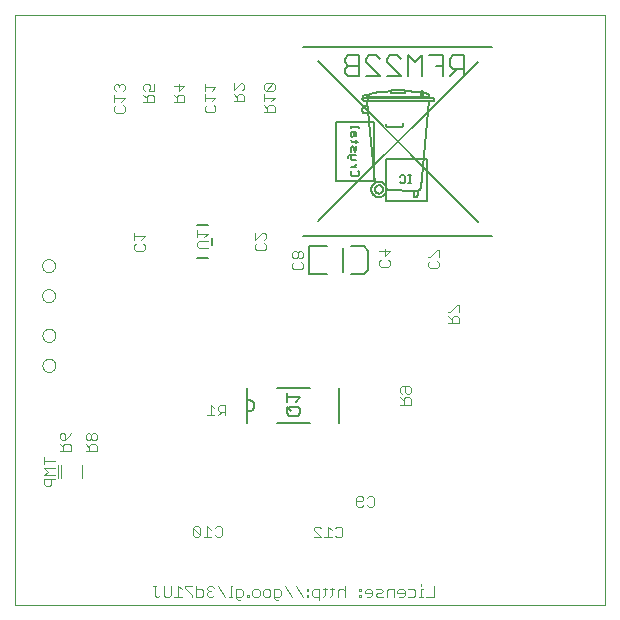
<source format=gbo>
G75*
%MOIN*%
%OFA0B0*%
%FSLAX24Y24*%
%IPPOS*%
%LPD*%
%AMOC8*
5,1,8,0,0,1.08239X$1,22.5*
%
%ADD10C,0.0000*%
%ADD11C,0.0040*%
%ADD12C,0.0080*%
%ADD13C,0.0050*%
%ADD14C,0.0060*%
%ADD15C,0.0079*%
%ADD16C,0.0030*%
D10*
X000350Y000350D02*
X000350Y020035D01*
X020035Y020035D01*
X020035Y000350D01*
X000350Y000350D01*
X001267Y008344D02*
X001269Y008373D01*
X001275Y008401D01*
X001284Y008429D01*
X001297Y008455D01*
X001314Y008478D01*
X001333Y008500D01*
X001355Y008519D01*
X001380Y008534D01*
X001406Y008547D01*
X001434Y008555D01*
X001462Y008560D01*
X001491Y008561D01*
X001520Y008558D01*
X001548Y008551D01*
X001575Y008541D01*
X001601Y008527D01*
X001624Y008510D01*
X001645Y008490D01*
X001663Y008467D01*
X001678Y008442D01*
X001689Y008415D01*
X001697Y008387D01*
X001701Y008358D01*
X001701Y008330D01*
X001697Y008301D01*
X001689Y008273D01*
X001678Y008246D01*
X001663Y008221D01*
X001645Y008198D01*
X001624Y008178D01*
X001601Y008161D01*
X001575Y008147D01*
X001548Y008137D01*
X001520Y008130D01*
X001491Y008127D01*
X001462Y008128D01*
X001434Y008133D01*
X001406Y008141D01*
X001380Y008154D01*
X001355Y008169D01*
X001333Y008188D01*
X001314Y008210D01*
X001297Y008233D01*
X001284Y008259D01*
X001275Y008287D01*
X001269Y008315D01*
X001267Y008344D01*
X001267Y009344D02*
X001269Y009373D01*
X001275Y009401D01*
X001284Y009429D01*
X001297Y009455D01*
X001314Y009478D01*
X001333Y009500D01*
X001355Y009519D01*
X001380Y009534D01*
X001406Y009547D01*
X001434Y009555D01*
X001462Y009560D01*
X001491Y009561D01*
X001520Y009558D01*
X001548Y009551D01*
X001575Y009541D01*
X001601Y009527D01*
X001624Y009510D01*
X001645Y009490D01*
X001663Y009467D01*
X001678Y009442D01*
X001689Y009415D01*
X001697Y009387D01*
X001701Y009358D01*
X001701Y009330D01*
X001697Y009301D01*
X001689Y009273D01*
X001678Y009246D01*
X001663Y009221D01*
X001645Y009198D01*
X001624Y009178D01*
X001601Y009161D01*
X001575Y009147D01*
X001548Y009137D01*
X001520Y009130D01*
X001491Y009127D01*
X001462Y009128D01*
X001434Y009133D01*
X001406Y009141D01*
X001380Y009154D01*
X001355Y009169D01*
X001333Y009188D01*
X001314Y009210D01*
X001297Y009233D01*
X001284Y009259D01*
X001275Y009287D01*
X001269Y009315D01*
X001267Y009344D01*
X001259Y010670D02*
X001261Y010699D01*
X001267Y010727D01*
X001276Y010755D01*
X001289Y010781D01*
X001306Y010804D01*
X001325Y010826D01*
X001347Y010845D01*
X001372Y010860D01*
X001398Y010873D01*
X001426Y010881D01*
X001454Y010886D01*
X001483Y010887D01*
X001512Y010884D01*
X001540Y010877D01*
X001567Y010867D01*
X001593Y010853D01*
X001616Y010836D01*
X001637Y010816D01*
X001655Y010793D01*
X001670Y010768D01*
X001681Y010741D01*
X001689Y010713D01*
X001693Y010684D01*
X001693Y010656D01*
X001689Y010627D01*
X001681Y010599D01*
X001670Y010572D01*
X001655Y010547D01*
X001637Y010524D01*
X001616Y010504D01*
X001593Y010487D01*
X001567Y010473D01*
X001540Y010463D01*
X001512Y010456D01*
X001483Y010453D01*
X001454Y010454D01*
X001426Y010459D01*
X001398Y010467D01*
X001372Y010480D01*
X001347Y010495D01*
X001325Y010514D01*
X001306Y010536D01*
X001289Y010559D01*
X001276Y010585D01*
X001267Y010613D01*
X001261Y010641D01*
X001259Y010670D01*
X001259Y011670D02*
X001261Y011699D01*
X001267Y011727D01*
X001276Y011755D01*
X001289Y011781D01*
X001306Y011804D01*
X001325Y011826D01*
X001347Y011845D01*
X001372Y011860D01*
X001398Y011873D01*
X001426Y011881D01*
X001454Y011886D01*
X001483Y011887D01*
X001512Y011884D01*
X001540Y011877D01*
X001567Y011867D01*
X001593Y011853D01*
X001616Y011836D01*
X001637Y011816D01*
X001655Y011793D01*
X001670Y011768D01*
X001681Y011741D01*
X001689Y011713D01*
X001693Y011684D01*
X001693Y011656D01*
X001689Y011627D01*
X001681Y011599D01*
X001670Y011572D01*
X001655Y011547D01*
X001637Y011524D01*
X001616Y011504D01*
X001593Y011487D01*
X001567Y011473D01*
X001540Y011463D01*
X001512Y011456D01*
X001483Y011453D01*
X001454Y011454D01*
X001426Y011459D01*
X001398Y011467D01*
X001372Y011480D01*
X001347Y011495D01*
X001325Y011514D01*
X001306Y011536D01*
X001289Y011559D01*
X001276Y011585D01*
X001267Y011613D01*
X001261Y011641D01*
X001259Y011670D01*
D11*
X004323Y012230D02*
X004323Y012348D01*
X004382Y012407D01*
X004323Y012533D02*
X004323Y012769D01*
X004323Y012651D02*
X004677Y012651D01*
X004559Y012533D01*
X004618Y012407D02*
X004677Y012348D01*
X004677Y012230D01*
X004618Y012171D01*
X004382Y012171D01*
X004323Y012230D01*
X006434Y012312D02*
X006434Y012430D01*
X006493Y012489D01*
X006788Y012489D01*
X006670Y012616D02*
X006788Y012734D01*
X006434Y012734D01*
X006434Y012616D02*
X006434Y012852D01*
X006434Y012312D02*
X006493Y012253D01*
X006788Y012253D01*
X008371Y012234D02*
X008371Y012352D01*
X008430Y012411D01*
X008371Y012537D02*
X008607Y012773D01*
X008666Y012773D01*
X008725Y012714D01*
X008725Y012596D01*
X008666Y012537D01*
X008666Y012411D02*
X008725Y012352D01*
X008725Y012234D01*
X008666Y012175D01*
X008430Y012175D01*
X008371Y012234D01*
X008371Y012537D02*
X008371Y012773D01*
X009604Y012086D02*
X009604Y011968D01*
X009663Y011909D01*
X009722Y011909D01*
X009781Y011968D01*
X009781Y012086D01*
X009722Y012145D01*
X009663Y012145D01*
X009604Y012086D01*
X009781Y012086D02*
X009840Y012145D01*
X009899Y012145D01*
X009958Y012086D01*
X009958Y011968D01*
X009899Y011909D01*
X009840Y011909D01*
X009781Y011968D01*
X009663Y011783D02*
X009604Y011724D01*
X009604Y011606D01*
X009663Y011547D01*
X009899Y011547D01*
X009958Y011606D01*
X009958Y011724D01*
X009899Y011783D01*
X012500Y011808D02*
X012559Y011867D01*
X012500Y011808D02*
X012500Y011690D01*
X012559Y011631D01*
X012795Y011631D01*
X012854Y011690D01*
X012854Y011808D01*
X012795Y011867D01*
X012677Y011993D02*
X012677Y012229D01*
X012500Y012170D02*
X012854Y012170D01*
X012677Y011993D01*
X014137Y011958D02*
X014196Y011958D01*
X014432Y012194D01*
X014491Y012194D01*
X014491Y011958D01*
X014432Y011832D02*
X014491Y011773D01*
X014491Y011655D01*
X014432Y011596D01*
X014196Y011596D01*
X014137Y011655D01*
X014137Y011773D01*
X014196Y011832D01*
X015099Y010354D02*
X014863Y010118D01*
X014804Y010118D01*
X014804Y009991D02*
X014922Y009873D01*
X014922Y009932D02*
X014922Y009755D01*
X014804Y009755D02*
X015158Y009755D01*
X015158Y009932D01*
X015099Y009991D01*
X014981Y009991D01*
X014922Y009932D01*
X015158Y010118D02*
X015158Y010354D01*
X015099Y010354D01*
X007369Y007033D02*
X007369Y006679D01*
X007369Y006797D02*
X007192Y006797D01*
X007133Y006856D01*
X007133Y006974D01*
X007192Y007033D01*
X007369Y007033D01*
X007251Y006797D02*
X007133Y006679D01*
X007007Y006679D02*
X006771Y006679D01*
X006889Y006679D02*
X006889Y007033D01*
X007007Y006915D01*
X003076Y006025D02*
X003076Y005907D01*
X003017Y005848D01*
X002958Y005848D01*
X002899Y005907D01*
X002899Y006025D01*
X002840Y006084D01*
X002781Y006084D01*
X002722Y006025D01*
X002722Y005907D01*
X002781Y005848D01*
X002840Y005848D01*
X002899Y005907D01*
X002899Y006025D02*
X002958Y006084D01*
X003017Y006084D01*
X003076Y006025D01*
X003017Y005721D02*
X002899Y005721D01*
X002840Y005662D01*
X002840Y005485D01*
X002722Y005485D02*
X003076Y005485D01*
X003076Y005662D01*
X003017Y005721D01*
X002840Y005603D02*
X002722Y005721D01*
X001690Y005164D02*
X001336Y005164D01*
X001336Y005282D02*
X001336Y005046D01*
X001336Y004920D02*
X001454Y004802D01*
X001336Y004684D01*
X001690Y004684D01*
X001690Y004557D02*
X001336Y004557D01*
X001336Y004380D01*
X001395Y004321D01*
X001513Y004321D01*
X001572Y004380D01*
X001572Y004557D01*
X001804Y004592D02*
X001804Y005026D01*
X001904Y005026D02*
X001904Y004592D01*
X001690Y004920D02*
X001336Y004920D01*
X002604Y005026D02*
X002604Y004592D01*
X006294Y002931D02*
X006294Y002695D01*
X006353Y002636D01*
X006471Y002636D01*
X006530Y002695D01*
X006294Y002931D01*
X006353Y002990D01*
X006471Y002990D01*
X006530Y002931D01*
X006530Y002695D01*
X006656Y002636D02*
X006892Y002636D01*
X006774Y002636D02*
X006774Y002990D01*
X006892Y002872D01*
X007019Y002931D02*
X007078Y002990D01*
X007196Y002990D01*
X007255Y002931D01*
X007255Y002695D01*
X007196Y002636D01*
X007078Y002636D01*
X007019Y002695D01*
X006939Y000993D02*
X006821Y000993D01*
X006762Y000934D01*
X006762Y000875D01*
X006821Y000816D01*
X006762Y000757D01*
X006762Y000698D01*
X006821Y000639D01*
X006939Y000639D01*
X006998Y000698D01*
X006880Y000816D02*
X006821Y000816D01*
X006635Y000816D02*
X006635Y000698D01*
X006576Y000639D01*
X006399Y000639D01*
X006399Y000993D01*
X006399Y000875D02*
X006576Y000875D01*
X006635Y000816D01*
X006939Y000993D02*
X006998Y000934D01*
X007124Y000993D02*
X007360Y000639D01*
X007484Y000639D02*
X007602Y000639D01*
X007543Y000639D02*
X007543Y000993D01*
X007602Y000993D01*
X007728Y000875D02*
X007905Y000875D01*
X007964Y000816D01*
X007964Y000698D01*
X007905Y000639D01*
X007728Y000639D01*
X007728Y000580D02*
X007728Y000875D01*
X008087Y000698D02*
X008087Y000639D01*
X008146Y000639D01*
X008146Y000698D01*
X008087Y000698D01*
X008272Y000698D02*
X008272Y000816D01*
X008331Y000875D01*
X008449Y000875D01*
X008508Y000816D01*
X008508Y000698D01*
X008449Y000639D01*
X008331Y000639D01*
X008272Y000698D01*
X007846Y000521D02*
X007787Y000521D01*
X007728Y000580D01*
X008635Y000698D02*
X008635Y000816D01*
X008694Y000875D01*
X008812Y000875D01*
X008871Y000816D01*
X008871Y000698D01*
X008812Y000639D01*
X008694Y000639D01*
X008635Y000698D01*
X008997Y000639D02*
X009174Y000639D01*
X009233Y000698D01*
X009233Y000816D01*
X009174Y000875D01*
X008997Y000875D01*
X008997Y000580D01*
X009056Y000521D01*
X009115Y000521D01*
X009596Y000639D02*
X009360Y000993D01*
X009722Y000993D02*
X009958Y000639D01*
X010080Y000639D02*
X010139Y000639D01*
X010139Y000698D01*
X010080Y000698D01*
X010080Y000639D01*
X010080Y000816D02*
X010139Y000816D01*
X010139Y000875D01*
X010080Y000875D01*
X010080Y000816D01*
X010266Y000816D02*
X010266Y000698D01*
X010325Y000639D01*
X010502Y000639D01*
X010502Y000521D02*
X010502Y000875D01*
X010325Y000875D01*
X010266Y000816D01*
X010626Y000875D02*
X010744Y000875D01*
X010685Y000934D02*
X010685Y000698D01*
X010626Y000639D01*
X010867Y000639D02*
X010926Y000698D01*
X010926Y000934D01*
X010985Y000875D02*
X010867Y000875D01*
X011112Y000816D02*
X011112Y000639D01*
X011112Y000816D02*
X011171Y000875D01*
X011289Y000875D01*
X011348Y000816D01*
X011348Y000993D02*
X011348Y000639D01*
X011832Y000639D02*
X011891Y000639D01*
X011891Y000698D01*
X011832Y000698D01*
X011832Y000639D01*
X011832Y000816D02*
X011891Y000816D01*
X011891Y000875D01*
X011832Y000875D01*
X011832Y000816D01*
X012018Y000816D02*
X012018Y000757D01*
X012254Y000757D01*
X012254Y000698D02*
X012254Y000816D01*
X012195Y000875D01*
X012077Y000875D01*
X012018Y000816D01*
X012077Y000639D02*
X012195Y000639D01*
X012254Y000698D01*
X012381Y000698D02*
X012440Y000757D01*
X012558Y000757D01*
X012617Y000816D01*
X012558Y000875D01*
X012381Y000875D01*
X012381Y000698D02*
X012440Y000639D01*
X012617Y000639D01*
X012743Y000639D02*
X012743Y000816D01*
X012802Y000875D01*
X012979Y000875D01*
X012979Y000639D01*
X013106Y000757D02*
X013106Y000816D01*
X013165Y000875D01*
X013283Y000875D01*
X013342Y000816D01*
X013342Y000698D01*
X013283Y000639D01*
X013165Y000639D01*
X013106Y000757D02*
X013342Y000757D01*
X013468Y000639D02*
X013645Y000639D01*
X013704Y000698D01*
X013704Y000816D01*
X013645Y000875D01*
X013468Y000875D01*
X013887Y000875D02*
X013887Y000639D01*
X013946Y000639D02*
X013828Y000639D01*
X013887Y000875D02*
X013946Y000875D01*
X013887Y000993D02*
X013887Y001052D01*
X014308Y000993D02*
X014308Y000639D01*
X014072Y000639D01*
X011272Y002673D02*
X011213Y002614D01*
X011095Y002614D01*
X011036Y002673D01*
X010910Y002614D02*
X010674Y002614D01*
X010792Y002614D02*
X010792Y002968D01*
X010910Y002850D01*
X011036Y002909D02*
X011095Y002968D01*
X011213Y002968D01*
X011272Y002909D01*
X011272Y002673D01*
X010547Y002614D02*
X010311Y002850D01*
X010311Y002909D01*
X010370Y002968D01*
X010488Y002968D01*
X010547Y002909D01*
X010547Y002614D02*
X010311Y002614D01*
X011731Y003692D02*
X011790Y003633D01*
X011908Y003633D01*
X011967Y003692D01*
X012094Y003692D02*
X012153Y003633D01*
X012271Y003633D01*
X012330Y003692D01*
X012330Y003928D01*
X012271Y003987D01*
X012153Y003987D01*
X012094Y003928D01*
X011967Y003928D02*
X011967Y003869D01*
X011908Y003810D01*
X011731Y003810D01*
X011731Y003692D02*
X011731Y003928D01*
X011790Y003987D01*
X011908Y003987D01*
X011967Y003928D01*
X006273Y000993D02*
X006037Y000993D01*
X006037Y000934D01*
X006273Y000698D01*
X006273Y000639D01*
X005910Y000639D02*
X005674Y000639D01*
X005792Y000639D02*
X005792Y000993D01*
X005910Y000875D01*
X005547Y000993D02*
X005547Y000698D01*
X005488Y000639D01*
X005370Y000639D01*
X005311Y000698D01*
X005311Y000993D01*
X005067Y000993D02*
X004949Y000993D01*
X005008Y000993D02*
X005008Y000698D01*
X005067Y000639D01*
X005126Y000639D01*
X005185Y000698D01*
X003956Y016772D02*
X003720Y016772D01*
X003661Y016831D01*
X003661Y016949D01*
X003720Y017008D01*
X003661Y017135D02*
X003661Y017371D01*
X003661Y017253D02*
X004015Y017253D01*
X003897Y017135D01*
X003956Y017008D02*
X004015Y016949D01*
X004015Y016831D01*
X003956Y016772D01*
X004638Y017135D02*
X004992Y017135D01*
X004992Y017312D01*
X004933Y017371D01*
X004815Y017371D01*
X004756Y017312D01*
X004756Y017135D01*
X004756Y017253D02*
X004638Y017371D01*
X004697Y017497D02*
X004638Y017556D01*
X004638Y017674D01*
X004697Y017733D01*
X004815Y017733D01*
X004874Y017674D01*
X004874Y017615D01*
X004815Y017497D01*
X004992Y017497D01*
X004992Y017733D01*
X005647Y017672D02*
X006001Y017672D01*
X005824Y017495D01*
X005824Y017731D01*
X005824Y017369D02*
X005765Y017310D01*
X005765Y017133D01*
X005765Y017251D02*
X005647Y017369D01*
X005824Y017369D02*
X005942Y017369D01*
X006001Y017310D01*
X006001Y017133D01*
X005647Y017133D01*
X006682Y017141D02*
X006682Y017377D01*
X006682Y017259D02*
X007036Y017259D01*
X006918Y017141D01*
X006977Y017014D02*
X007036Y016955D01*
X007036Y016837D01*
X006977Y016778D01*
X006741Y016778D01*
X006682Y016837D01*
X006682Y016955D01*
X006741Y017014D01*
X006682Y017503D02*
X006682Y017739D01*
X006682Y017621D02*
X007036Y017621D01*
X006918Y017503D01*
X007643Y017515D02*
X007643Y017751D01*
X007879Y017751D02*
X007938Y017751D01*
X007997Y017692D01*
X007997Y017574D01*
X007938Y017515D01*
X007938Y017388D02*
X007820Y017388D01*
X007761Y017329D01*
X007761Y017152D01*
X007761Y017270D02*
X007643Y017388D01*
X007643Y017515D02*
X007879Y017751D01*
X007938Y017388D02*
X007997Y017329D01*
X007997Y017152D01*
X007643Y017152D01*
X004015Y017556D02*
X003956Y017497D01*
X004015Y017556D02*
X004015Y017674D01*
X003956Y017733D01*
X003897Y017733D01*
X003838Y017674D01*
X003779Y017733D01*
X003720Y017733D01*
X003661Y017674D01*
X003661Y017556D01*
X003720Y017497D01*
X003838Y017615D02*
X003838Y017674D01*
D12*
X009959Y018956D02*
X016259Y018956D01*
X012322Y016456D02*
X011062Y016456D01*
X011062Y014488D01*
X012322Y014488D01*
X012322Y016456D01*
X012715Y015216D02*
X012715Y013838D01*
X014093Y013838D01*
X014093Y015216D01*
X012715Y015216D01*
X009959Y012657D02*
X016259Y012657D01*
X012138Y012166D02*
X012138Y011536D01*
X011980Y011378D01*
X011547Y011378D01*
X010760Y011378D02*
X010169Y011378D01*
X010169Y012323D01*
X010760Y012323D01*
X011547Y012323D02*
X011980Y012323D01*
X012138Y012166D01*
X006926Y012365D02*
X006926Y012576D01*
X006776Y013030D02*
X006438Y013030D01*
X006438Y011910D02*
X006776Y011910D01*
X008096Y007595D02*
X008096Y006414D01*
X008135Y006808D02*
X008162Y006810D01*
X008188Y006815D01*
X008213Y006824D01*
X008237Y006837D01*
X008259Y006852D01*
X008279Y006871D01*
X008296Y006891D01*
X008310Y006914D01*
X008321Y006939D01*
X008328Y006965D01*
X008332Y006992D01*
X008332Y007018D01*
X008328Y007045D01*
X008321Y007071D01*
X008310Y007096D01*
X008296Y007119D01*
X008279Y007139D01*
X008259Y007158D01*
X008237Y007173D01*
X008213Y007186D01*
X008188Y007195D01*
X008162Y007200D01*
X008135Y007202D01*
X009080Y007595D02*
X010183Y007595D01*
X011167Y007595D02*
X011167Y006414D01*
X010183Y006414D02*
X009080Y006414D01*
D13*
X009423Y006744D02*
X009498Y006669D01*
X009798Y006669D01*
X009873Y006744D01*
X009873Y006894D01*
X009798Y006969D01*
X009498Y006969D01*
X009423Y006894D01*
X009423Y006744D01*
X009573Y006819D02*
X009423Y006969D01*
X009423Y007129D02*
X009423Y007429D01*
X009423Y007279D02*
X009873Y007279D01*
X009723Y007129D01*
X011303Y011451D02*
X011303Y012251D01*
X013230Y014414D02*
X013186Y014459D01*
X013230Y014414D02*
X013319Y014414D01*
X013363Y014459D01*
X013363Y014635D01*
X013319Y014680D01*
X013230Y014680D01*
X013186Y014635D01*
X013468Y014680D02*
X013556Y014680D01*
X013512Y014680D02*
X013512Y014414D01*
X013556Y014414D02*
X013468Y014414D01*
X011824Y014695D02*
X011780Y014651D01*
X011603Y014651D01*
X011559Y014695D01*
X011559Y014783D01*
X011603Y014827D01*
X011559Y014941D02*
X011736Y014941D01*
X011736Y015029D02*
X011736Y015073D01*
X011736Y015029D02*
X011648Y014941D01*
X011780Y014827D02*
X011824Y014783D01*
X011824Y014695D01*
X011736Y015182D02*
X011603Y015182D01*
X011559Y015227D01*
X011559Y015359D01*
X011515Y015359D02*
X011471Y015315D01*
X011471Y015271D01*
X011515Y015359D02*
X011736Y015359D01*
X011692Y015472D02*
X011736Y015517D01*
X011736Y015649D01*
X011648Y015605D02*
X011648Y015517D01*
X011692Y015472D01*
X011559Y015472D02*
X011559Y015605D01*
X011603Y015649D01*
X011648Y015605D01*
X011736Y015762D02*
X011736Y015851D01*
X011780Y015807D02*
X011603Y015807D01*
X011559Y015851D01*
X011603Y015956D02*
X011648Y016000D01*
X011648Y016133D01*
X011692Y016133D02*
X011559Y016133D01*
X011559Y016000D01*
X011603Y015956D01*
X011736Y016000D02*
X011736Y016088D01*
X011692Y016133D01*
X011824Y016246D02*
X011824Y016290D01*
X011559Y016290D01*
X011559Y016246D02*
X011559Y016334D01*
D14*
X011467Y017975D02*
X011817Y017975D01*
X011817Y018675D01*
X011467Y018675D01*
X011350Y018558D01*
X011350Y018442D01*
X011467Y018325D01*
X011817Y018325D01*
X012050Y018442D02*
X012050Y018558D01*
X012167Y018675D01*
X012400Y018675D01*
X012517Y018558D01*
X012750Y018558D02*
X012866Y018675D01*
X013100Y018675D01*
X013217Y018558D01*
X013450Y018675D02*
X013450Y017975D01*
X013217Y017975D02*
X012750Y018442D01*
X012750Y018558D01*
X012750Y017975D02*
X013217Y017975D01*
X013683Y018442D02*
X013450Y018675D01*
X013683Y018442D02*
X013917Y018675D01*
X013917Y017975D01*
X014383Y018325D02*
X014616Y018325D01*
X014849Y018325D02*
X014849Y018558D01*
X014966Y018675D01*
X015316Y018675D01*
X015316Y017975D01*
X015316Y018208D02*
X014966Y018208D01*
X014849Y018325D01*
X015083Y018208D02*
X014849Y017975D01*
X014616Y017975D02*
X014616Y018675D01*
X014149Y018675D01*
X012517Y017975D02*
X012050Y018442D01*
X012050Y017975D02*
X012517Y017975D01*
X011467Y017975D02*
X011350Y018091D01*
X011350Y018208D01*
X011467Y018325D01*
D15*
X010448Y018493D02*
X015803Y013138D01*
X013805Y014182D02*
X013775Y014178D01*
X013746Y014172D01*
X012752Y014182D01*
X012348Y014211D02*
X012350Y014234D01*
X012356Y014257D01*
X012366Y014278D01*
X012379Y014298D01*
X012395Y014315D01*
X012414Y014329D01*
X012435Y014339D01*
X012457Y014346D01*
X012480Y014349D01*
X012504Y014348D01*
X012526Y014343D01*
X012548Y014334D01*
X012568Y014322D01*
X012586Y014306D01*
X012600Y014288D01*
X012612Y014268D01*
X012620Y014246D01*
X012624Y014223D01*
X012624Y014199D01*
X012620Y014176D01*
X012612Y014154D01*
X012600Y014134D01*
X012586Y014116D01*
X012568Y014100D01*
X012548Y014088D01*
X012526Y014079D01*
X012504Y014074D01*
X012480Y014073D01*
X012457Y014076D01*
X012435Y014083D01*
X012414Y014093D01*
X012395Y014107D01*
X012379Y014124D01*
X012366Y014144D01*
X012356Y014165D01*
X012350Y014188D01*
X012348Y014211D01*
X012230Y014211D02*
X012232Y014242D01*
X012238Y014273D01*
X012247Y014303D01*
X012260Y014332D01*
X012277Y014359D01*
X012297Y014383D01*
X012319Y014405D01*
X012345Y014424D01*
X012372Y014440D01*
X012401Y014452D01*
X012431Y014461D01*
X012462Y014466D01*
X012494Y014467D01*
X012525Y014464D01*
X012556Y014457D01*
X012586Y014447D01*
X012614Y014433D01*
X012640Y014415D01*
X012664Y014395D01*
X012685Y014371D01*
X012704Y014346D01*
X012719Y014318D01*
X012730Y014289D01*
X012738Y014258D01*
X012742Y014227D01*
X012742Y014195D01*
X012738Y014164D01*
X012730Y014133D01*
X012719Y014104D01*
X012704Y014076D01*
X012685Y014051D01*
X012664Y014027D01*
X012640Y014007D01*
X012614Y013989D01*
X012586Y013975D01*
X012556Y013965D01*
X012525Y013958D01*
X012494Y013955D01*
X012462Y013956D01*
X012431Y013961D01*
X012401Y013970D01*
X012372Y013982D01*
X012345Y013998D01*
X012319Y014017D01*
X012297Y014039D01*
X012277Y014063D01*
X012260Y014090D01*
X012247Y014119D01*
X012238Y014149D01*
X012232Y014180D01*
X012230Y014211D01*
X012358Y014437D02*
X012082Y017154D01*
X012023Y017164D02*
X012496Y017164D01*
X013303Y017164D01*
X014149Y017164D01*
X014307Y017164D01*
X014315Y017166D01*
X014321Y017170D01*
X014325Y017176D01*
X014327Y017184D01*
X014326Y017184D02*
X014326Y017213D01*
X014326Y017233D01*
X014327Y017233D02*
X014326Y017242D01*
X014321Y017251D01*
X014315Y017257D01*
X014306Y017262D01*
X014297Y017263D01*
X014297Y017262D02*
X014287Y017262D01*
X014277Y017262D01*
X011935Y017262D01*
X011935Y017252D01*
X011934Y017252D02*
X011936Y017235D01*
X011941Y017218D01*
X011949Y017203D01*
X011960Y017189D01*
X011974Y017178D01*
X011989Y017170D01*
X012006Y017165D01*
X012023Y017163D01*
X012043Y016987D02*
X012056Y016985D01*
X012070Y016985D01*
X012083Y016987D01*
X012043Y016986D02*
X012025Y016988D01*
X012008Y016986D01*
X011991Y016981D01*
X011975Y016973D01*
X011961Y016962D01*
X011950Y016948D01*
X011942Y016932D01*
X011937Y016916D01*
X011935Y016898D01*
X011935Y016839D01*
X011936Y016822D01*
X011941Y016805D01*
X011948Y016790D01*
X011958Y016776D01*
X011970Y016764D01*
X011984Y016754D01*
X011999Y016747D01*
X012016Y016742D01*
X012033Y016741D01*
X012102Y016741D01*
X012111Y017350D02*
X012130Y017362D01*
X012150Y017372D01*
X012170Y017380D01*
X012112Y017351D02*
X012102Y017342D01*
X012095Y017331D01*
X012091Y017318D01*
X012090Y017305D01*
X012092Y017292D01*
X012122Y017292D02*
X014159Y017292D01*
X014169Y017292D02*
X014171Y017308D01*
X014170Y017325D01*
X014165Y017342D01*
X014158Y017357D01*
X014147Y017370D01*
X014135Y017381D01*
X014120Y017390D01*
X013952Y017410D02*
X013943Y017312D01*
X013953Y017470D02*
X013950Y017478D01*
X013945Y017486D01*
X013937Y017490D01*
X013928Y017492D01*
X013919Y017490D01*
X013911Y017486D01*
X013906Y017478D01*
X013903Y017470D01*
X013953Y017469D02*
X013954Y017439D01*
X013953Y017409D01*
X014169Y017154D02*
X013883Y014260D01*
X013884Y014260D02*
X013880Y014243D01*
X013874Y014228D01*
X013864Y014213D01*
X013852Y014201D01*
X013837Y014191D01*
X013822Y014185D01*
X013805Y014181D01*
X013775Y014152D02*
X013775Y014024D01*
X013774Y014011D01*
X013769Y013998D01*
X013762Y013987D01*
X013753Y013978D01*
X013742Y013971D01*
X013729Y013966D01*
X013716Y013965D01*
X013696Y013965D01*
X013683Y013967D01*
X013672Y013972D01*
X013661Y013979D01*
X013654Y013990D01*
X013649Y014001D01*
X013647Y014014D01*
X013647Y014152D01*
X013883Y017449D02*
X013760Y017462D01*
X013638Y017472D01*
X013514Y017477D01*
X013391Y017479D01*
X013342Y017479D01*
X013342Y017508D02*
X013342Y017430D01*
X012889Y017430D01*
X012889Y017508D01*
X013342Y017508D01*
X012880Y017479D02*
X012693Y017469D01*
X011945Y017262D02*
X011947Y017281D01*
X011952Y017300D01*
X011962Y017316D01*
X011974Y017331D01*
X011989Y017343D01*
X012005Y017353D01*
X012024Y017358D01*
X012043Y017360D01*
X012062Y017358D01*
X012081Y017353D01*
X012097Y017343D01*
X012112Y017331D01*
X012124Y017316D01*
X012134Y017300D01*
X012139Y017281D01*
X012141Y017262D01*
X012139Y017243D01*
X012134Y017224D01*
X012124Y017208D01*
X012112Y017193D01*
X012097Y017181D01*
X012081Y017171D01*
X012062Y017166D01*
X012043Y017164D01*
X012024Y017166D01*
X012005Y017171D01*
X011989Y017181D01*
X011974Y017193D01*
X011962Y017208D01*
X011952Y017224D01*
X011947Y017243D01*
X011945Y017262D01*
X012732Y016406D02*
X012732Y016337D01*
X012733Y016327D01*
X012737Y016318D01*
X012743Y016309D01*
X012752Y016303D01*
X012761Y016299D01*
X012771Y016298D01*
X013234Y016298D01*
X013247Y016299D01*
X013260Y016304D01*
X013271Y016311D01*
X013280Y016320D01*
X013287Y016331D01*
X013292Y016344D01*
X013293Y016357D01*
X013293Y016386D01*
X013293Y016416D01*
X013883Y017449D02*
X013942Y017440D01*
X014001Y017429D01*
X014277Y017262D02*
X014287Y017262D01*
X013903Y017321D02*
X013899Y017370D01*
X013899Y017420D01*
X013903Y017469D01*
X014002Y017430D02*
X014042Y017419D01*
X014082Y017406D01*
X014120Y017390D01*
X015783Y018473D02*
X010468Y013158D01*
X012368Y017429D02*
X012448Y017443D01*
X012529Y017455D01*
X012611Y017463D01*
X012693Y017469D01*
X012368Y017430D02*
X012302Y017416D01*
X012236Y017400D01*
X012171Y017381D01*
D16*
X009011Y017263D02*
X008647Y017263D01*
X008647Y017142D02*
X008647Y017384D01*
X008708Y017504D02*
X008950Y017747D01*
X008708Y017747D01*
X008647Y017686D01*
X008647Y017565D01*
X008708Y017504D01*
X008950Y017504D01*
X009011Y017565D01*
X009011Y017686D01*
X008950Y017747D01*
X009011Y017263D02*
X008890Y017142D01*
X008950Y017022D02*
X008829Y017022D01*
X008768Y016961D01*
X008768Y016779D01*
X008647Y016779D02*
X009011Y016779D01*
X009011Y016961D01*
X008950Y017022D01*
X008768Y016900D02*
X008647Y017022D01*
X013248Y007645D02*
X013491Y007645D01*
X013552Y007584D01*
X013552Y007463D01*
X013491Y007402D01*
X013430Y007402D01*
X013370Y007463D01*
X013370Y007645D01*
X013248Y007645D02*
X013188Y007584D01*
X013188Y007463D01*
X013248Y007402D01*
X013188Y007282D02*
X013309Y007161D01*
X013309Y007222D02*
X013309Y007040D01*
X013188Y007040D02*
X013552Y007040D01*
X013552Y007222D01*
X013491Y007282D01*
X013370Y007282D01*
X013309Y007222D01*
X002214Y006102D02*
X002154Y005981D01*
X002032Y005860D01*
X002032Y006042D01*
X001972Y006102D01*
X001911Y006102D01*
X001850Y006042D01*
X001850Y005920D01*
X001911Y005860D01*
X002032Y005860D01*
X002032Y005740D02*
X001972Y005679D01*
X001972Y005497D01*
X001972Y005619D02*
X001850Y005740D01*
X002032Y005740D02*
X002154Y005740D01*
X002214Y005679D01*
X002214Y005497D01*
X001850Y005497D01*
M02*

</source>
